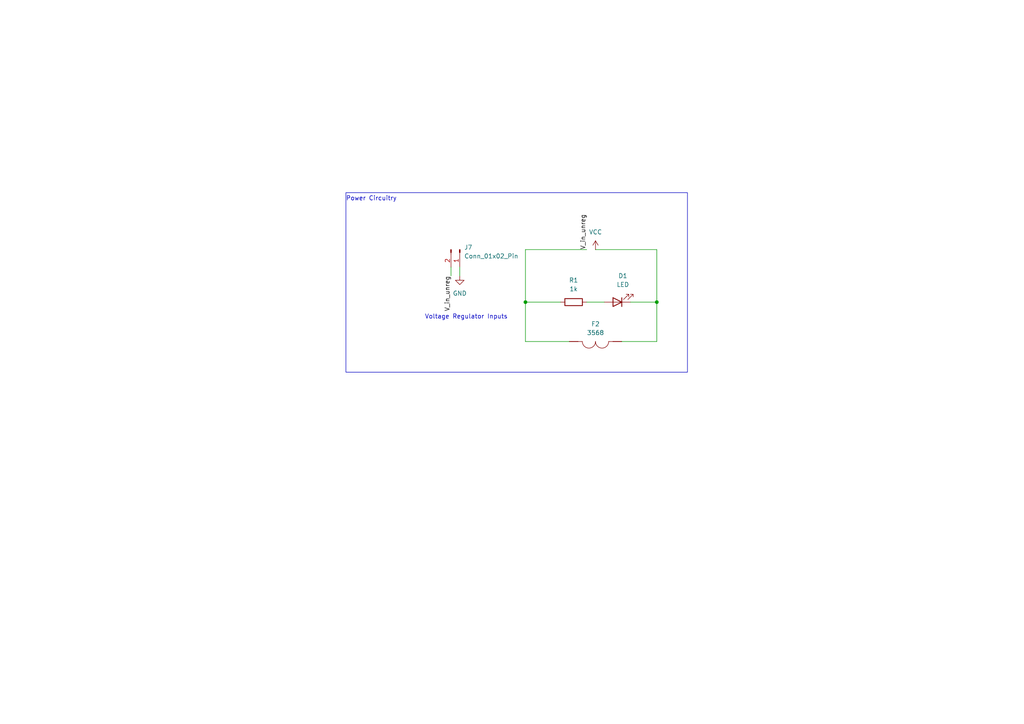
<source format=kicad_sch>
(kicad_sch (version 20231120) (generator "eeschema") (generator_version "8.0")
  (paper "A4")
  (lib_symbols
    (symbol "3568:3568" (pin_numbers hide) (pin_names (offset 1.016) hide)
      (property "Reference" "F" (at -2.54 5.08 0))
      (property "Value" "3568" (at -2.54 -5.08 0))
      (symbol "3568_0_0"
        (arc (start -3.81 0) (mid -1.905 -1.8967) (end 0 0) (stroke (width 0.1524)))
        (polyline (pts (xy -5.08 0) (xy -3.81 0)) (stroke (width 0.1524)))
        (polyline (pts (xy 5.08 0) (xy 3.81 0)) (stroke (width 0.1524)))
        (arc (start 0 0) (mid 1.905 -1.8967) (end 3.81 0) (stroke (width 0.1524)))
        (pin passive line (at -7.62 0 0) (length 2.54) (name "~") (number "1"))
        (pin passive line (at 7.62 0 180) (length 2.54) (name "~") (number "2"))
        (pin passive line (at -7.62 0 0) (length 2.54) (name "~") (number "3"))
        (pin passive line (at 7.62 0 180) (length 2.54) (name "~") (number "4"))
      )
    )
    (symbol "Connector:Conn_01x02_Pin" (pin_names (offset 1.016) hide)
      (property "Reference" "J" (at 0 2.54 0))
      (property "Value" "Conn_01x02_Pin" (at 0 -5.08 0))
      (symbol "Conn_01x02_Pin_1_1"
        (polyline (pts (xy 1.27 -2.54) (xy 0.8636 -2.54)) (stroke (width 0.1524)))
        (polyline (pts (xy 1.27 0) (xy 0.8636 0)) (stroke (width 0.1524)))
        (rectangle (start 0.8636 -2.413) (end 0 -2.667) (stroke (width 0.1524)) (fill (type outline)))
        (rectangle (start 0.8636 0.127) (end 0 -0.127) (stroke (width 0.1524)) (fill (type outline)))
        (pin passive line (at 5.08 0 180) (length 3.81) (name "Pin_1") (number "1"))
        (pin passive line (at 5.08 -2.54 180) (length 3.81) (name "Pin_2") (number "2"))
      )
    )
    (symbol "Device:LED" (pin_numbers hide) (pin_names (offset 1.016) hide)
      (property "Reference" "D" (at 0 2.54 0))
      (property "Value" "LED" (at 0 -2.54 0))
      (symbol "LED_0_1"
        (polyline (pts (xy -1.27 -1.27) (xy -1.27 1.27)) (stroke (width 0.254)))
        (polyline (pts (xy -1.27 0) (xy 1.27 0)))
        (polyline (pts (xy 1.27 -1.27) (xy 1.27 1.27) (xy -1.27 0) (xy 1.27 -1.27)) (stroke (width 0.254)))
        (polyline (pts (xy -3.048 -0.762) (xy -4.572 -2.286) (xy -3.81 -2.286) (xy -4.572 -2.286) (xy -4.572 -1.524)))
        (polyline (pts (xy -1.778 -0.762) (xy -3.302 -2.286) (xy -2.54 -2.286) (xy -3.302 -2.286) (xy -3.302 -1.524)))
      )
      (symbol "LED_1_1"
        (pin passive line (at -3.81 0 0) (length 2.54) (name "K") (number "1"))
        (pin passive line (at 3.81 0 180) (length 2.54) (name "A") (number "2"))
      )
    )
    (symbol "Device:R" (pin_numbers hide) (pin_names (offset 0))
      (property "Reference" "R" (at 2.032 0 90))
      (property "Value" "R" (at 0 0 90))
      (symbol "R_0_1"
        (rectangle (start -1.016 -2.54) (end 1.016 2.54) (stroke (width 0.254)))
      )
      (symbol "R_1_1"
        (pin passive line (at 0 3.81 270) (length 1.27) (name "~") (number "1"))
        (pin passive line (at 0 -3.81 90) (length 1.27) (name "~") (number "2"))
      )
    )
    (symbol "power:GND" (power) (pin_names (offset 0))
      (property "Value" "GND" (at 0 -3.81 0))
      (symbol "GND_0_1"
        (polyline (pts (xy 0 0) (xy 0 -1.27) (xy 1.27 -1.27) (xy 0 -2.54) (xy -1.27 -1.27) (xy 0 -1.27)))
      )
      (symbol "GND_1_1"
        (pin power_in line (at 0 0 270) (length 0) hide (name "GND") (number "1"))
      )
    )
    (symbol "power:VCC" (power) (pin_numbers hide) (pin_names (offset 0) hide)
      (property "Value" "VCC" (at 0 3.556 0))
      (symbol "VCC_0_1"
        (polyline (pts (xy -0.762 1.27) (xy 0 2.54)))
        (polyline (pts (xy 0 0) (xy 0 2.54)))
        (polyline (pts (xy 0 2.54) (xy 0.762 1.27)))
      )
      (symbol "VCC_1_1"
        (pin power_in line (at 0 0 90) (length 0) (name "~") (number "1"))
      )
    )
  )
  (junction (at 152.4 87.63))
  (junction (at 190.5 87.63))
  (wire (pts (xy 165.1 99.06) (xy 152.4 99.06)))
  (wire (pts (xy 152.4 99.06) (xy 152.4 87.63)))
  (wire (pts (xy 130.81 80.01) (xy 130.81 77.47)))
  (wire (pts (xy 133.35 77.47) (xy 133.35 80.01)))
  (wire (pts (xy 190.5 87.63) (xy 190.5 99.06)))
  (wire (pts (xy 170.18 72.39) (xy 152.4 72.39)))
  (wire (pts (xy 172.72 72.39) (xy 190.5 72.39)))
  (wire (pts (xy 170.18 87.63) (xy 175.26 87.63)))
  (wire (pts (xy 182.88 87.63) (xy 190.5 87.63)))
  (wire (pts (xy 152.4 87.63) (xy 162.56 87.63)))
  (wire (pts (xy 152.4 72.39) (xy 152.4 87.63)))
  (wire (pts (xy 190.5 72.39) (xy 190.5 87.63)))
  (wire (pts (xy 190.5 99.06) (xy 180.34 99.06)))
  (rectangle (start 100.33 55.88) (end 199.39 107.95))
  (text "Voltage Regulator Inputs\n" (at 123.19 92.71 0) (effects (font (size 1.27 1.27)) (justify left bottom)))
  (text "Power Circuitry\n" (at 100.33 58.42 0) (effects (font (size 1.27 1.27)) (justify left bottom)))
  (label "V_in_unreg" (at 170.18 72.39 90))
  (label "V_in_unreg" (at 130.81 80.01 270))
  (symbol (lib_id "Device:R") (at 166.37 87.63 90) (unit 1)
    (property "Reference" "R1" (at 166.37 81.28 90))
    (property "Value" "1k" (at 166.37 83.82 90))
    (property "Footprint" "Resistor_THT:R_Axial_DIN0207_L6.3mm_D2.5mm_P10.16mm_Horizontal" (effects (hide yes)))
    (instances (project "Motherboard23-24" (path "" (reference "R1") (unit 1)) (path "" (reference "R6") (unit 1))) (project "CANBOARD_REV2" (path "" (reference "R1") (unit 1))) (project "CANBOARD_REV1" (path "" (reference "R4") (unit 1))))
  )
  (symbol (lib_id "power:GND") (at 133.35 80.01 0) (unit 1)
    (property "Reference" "#PWR010" (effects (hide yes)))
    (property "Value" "GND" (at 133.35 85.09 0))
    (instances (project "CANBOARD_REV2" (path "" (reference "#PWR010") (unit 1))) (project "CANBOARD_REV1" (path "" (reference "#PWR06") (unit 1))))
  )
  (symbol (lib_id "3568:3568") (at 172.72 99.06 0) (unit 1)
    (property "Reference" "F2" (at 172.72 93.98 0))
    (property "Value" "3568" (at 172.72 96.52 0))
    (property "Footprint" "fuse:FUSE_3568" (effects (hide yes)))
    (property "MAXIMUM_PACKAGE_HEIGHT" "7.37" (effects (hide yes)))
    (property "MANUFACTURER" "Keystone Electronics Corp." (effects (hide yes)))
    (property "STANDARD" "Manufacturer Recommendations" (effects (hide yes)))
    (property "PARTREV" "C" (effects (hide yes)))
  )
  (symbol (lib_id "Connector:Conn_01x02_Pin") (at 133.35 72.39 270) (unit 1)
    (property "Reference" "J7" (at 134.62 71.755 90) (effects (justify left)))
    (property "Value" "Conn_01x02_Pin" (at 134.62 74.295 90) (effects (justify left)))
    (property "Footprint" "TerminalBlock_Phoenix:TerminalBlock_Phoenix_MKDS-1,5-2-5.08_1x02_P5.08mm_Horizontal" (effects (hide yes)))
    (instances (project "CANBOARD_REV2" (path "" (reference "J7") (unit 1))) (project "CANBOARD_REV1" (path "" (reference "J6") (unit 1))))
  )
  (symbol (lib_id "power:VCC") (at 172.72 72.39 0) (unit 1)
    (property "Reference" "#PWR017" (effects (hide yes)))
    (property "Value" "VCC" (at 172.72 67.31 0))
    (property "Description" "Power symbol creates a global label with name \"VCC\"" (effects (hide yes)))
  )
  (symbol (lib_id "Device:LED") (at 179.07 87.63 180) (unit 1)
    (property "Reference" "D1" (at 180.6575 80.01 0))
    (property "Value" "LED" (at 180.6575 82.55 0))
    (property "Footprint" "LED_THT:LED_D5.0mm" (effects (hide yes)))
  )
)
</source>
